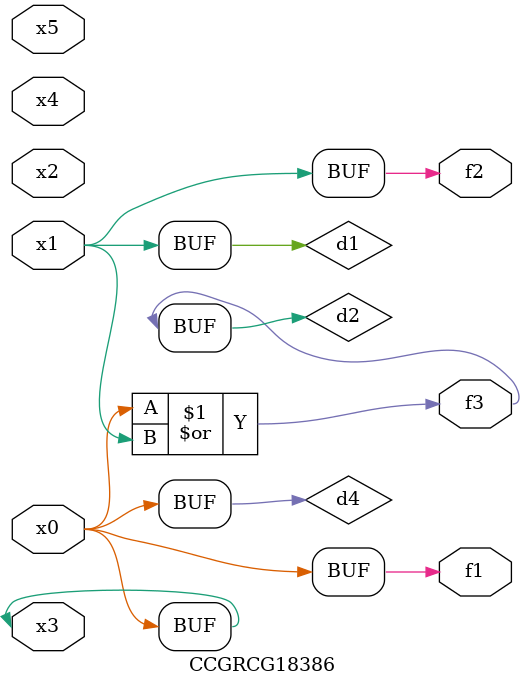
<source format=v>
module CCGRCG18386(
	input x0, x1, x2, x3, x4, x5,
	output f1, f2, f3
);

	wire d1, d2, d3, d4;

	and (d1, x1);
	or (d2, x0, x1);
	nand (d3, x0, x5);
	buf (d4, x0, x3);
	assign f1 = d4;
	assign f2 = d1;
	assign f3 = d2;
endmodule

</source>
